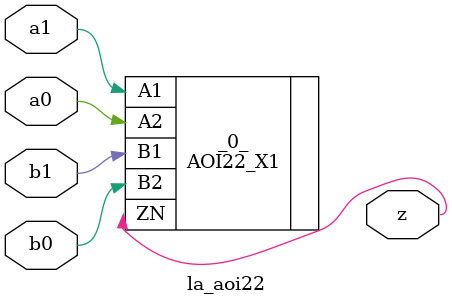
<source format=v>
/* Generated by Yosys 0.37 (git sha1 a5c7f69ed, clang 14.0.0-1ubuntu1.1 -fPIC -Os) */

module la_aoi22(a0, a1, b0, b1, z);
  input a0;
  wire a0;
  input a1;
  wire a1;
  input b0;
  wire b0;
  input b1;
  wire b1;
  output z;
  wire z;
  AOI22_X1 _0_ (
    .A1(a1),
    .A2(a0),
    .B1(b1),
    .B2(b0),
    .ZN(z)
  );
endmodule

</source>
